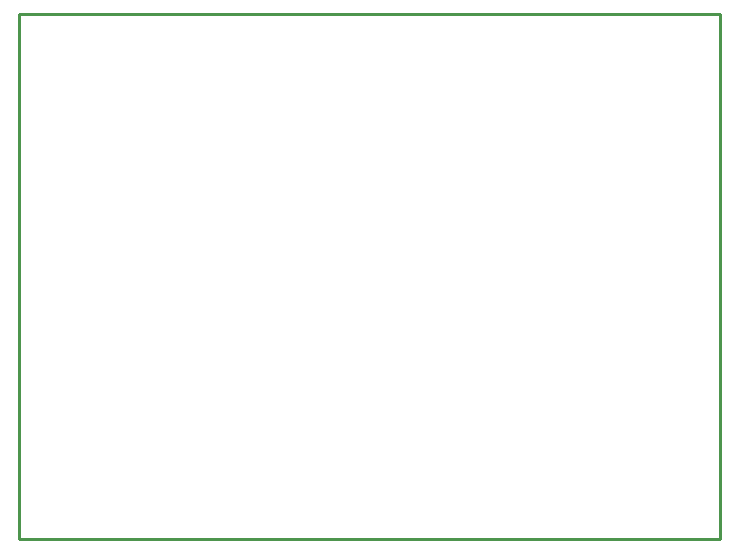
<source format=gbr>
G04 EAGLE Gerber X2 export*
%TF.Part,Single*%
%TF.FileFunction,Profile,NP*%
%TF.FilePolarity,Positive*%
%TF.GenerationSoftware,Autodesk,EAGLE,9.1.0*%
%TF.CreationDate,2018-07-07T09:38:12Z*%
G75*
%MOMM*%
%FSLAX34Y34*%
%LPD*%
%AMOC8*
5,1,8,0,0,1.08239X$1,22.5*%
G01*
%ADD10C,0.254000*%


D10*
X0Y0D02*
X593600Y0D01*
X593600Y444400D01*
X0Y444400D01*
X0Y0D01*
M02*

</source>
